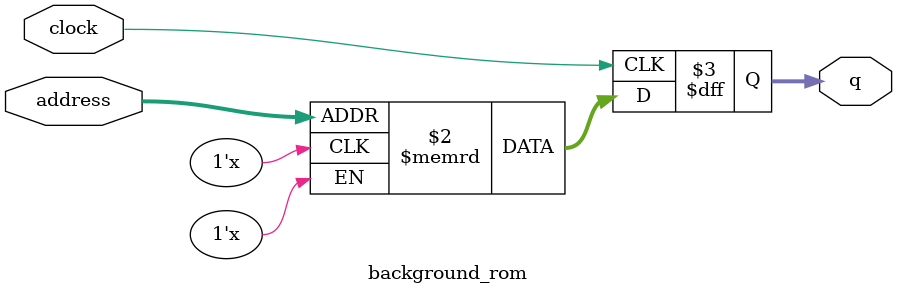
<source format=sv>
module betterspike_rom (
	input logic clock,
	input logic [9:0] address,
	output logic [2:0] q
);

logic [2:0] memory [0:1023] /* synthesis ram_init_file = "./betterspike/betterspike.mif" */;

always_ff @ (posedge clock) begin
	q <= memory[address];
end

endmodule


//////////////////////////////////////////////////////////////////

module title_rom (
	input logic clock,
	input logic [16:0] address,
	output logic [3:0] q
);

logic [3:0] memory [0:89999] /* synthesis ram_init_file = "./title/title.mif" */;

always_ff @ (posedge clock) begin
	q <= memory[address];
end

endmodule

///////////////////////////////////////////////////////////////////

module finish_rom (
	input logic clock,
	input logic [11:0] address,
	output logic [3:0] q
);

logic [3:0] memory [0:2499] /* synthesis ram_init_file = "./finish/finish.mif" */;

always_ff @ (posedge clock) begin
	q <= memory[address];
end

endmodule


////////////////////////////////////////////////////////////////////

module background3_rom (
	input logic clock,
	input logic [16:0] address,
	output logic [3:0] q
);

logic [3:0] memory [0:89999] /* synthesis ram_init_file = "./background3/background3.mif" */;

always_ff @ (posedge clock) begin
	q <= memory[address];
end

endmodule

////////////////////////////////////////////////////////////////////

module background2_rom (
	input logic clock,
	input logic [16:0] address,
	output logic [3:0] q
);

logic [3:0] memory [0:76799] /* synthesis ram_init_file = "./background2/background2.mif" */;

always_ff @ (posedge clock) begin
	q <= memory[address];
end

endmodule


/////////////////////////////////////////////////////////////////////

module background_rom (
	input logic clock,
	input logic [16:0] address,
	output logic [3:0] q
);

logic [3:0] memory [0:76799] /* synthesis ram_init_file = "./background/background.mif" */;

always_ff @ (posedge clock) begin
	q <= memory[address];
end

endmodule

/////////////////////////////////////////////////////////////////////



</source>
